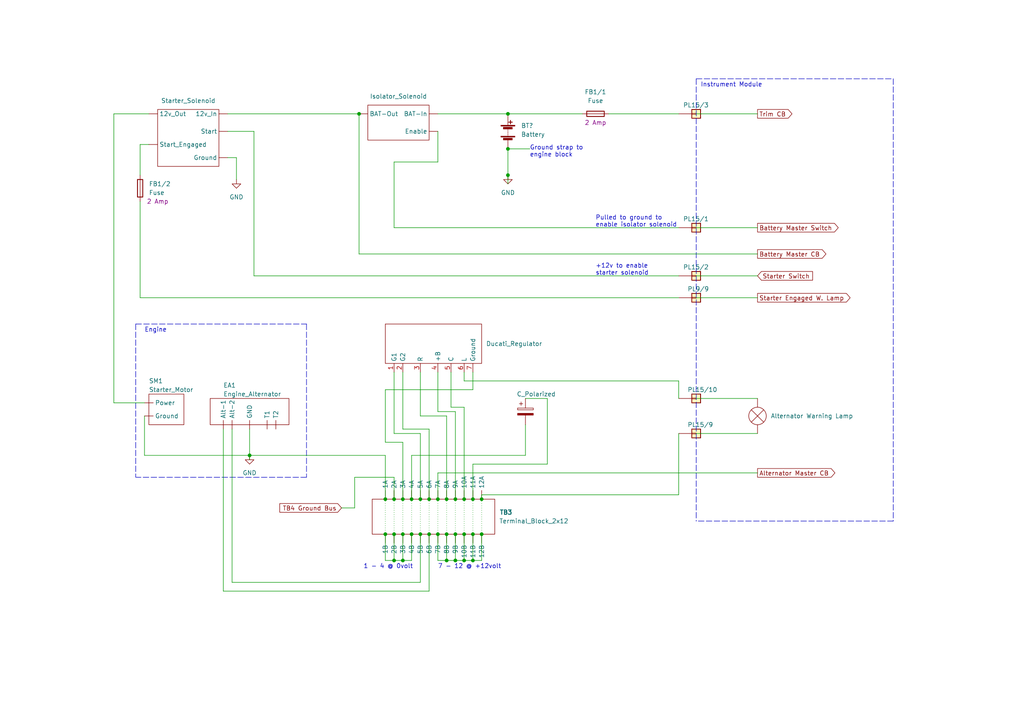
<source format=kicad_sch>
(kicad_sch (version 20211123) (generator eeschema)
  (paper "A4")
  (title_block (title "Europa - Alternator, Regulator, and Battery") (date "2022-12-24") (rev "4"))
  (lib_symbols
    (symbol "Conn_01x01_1" (pin_numbers hide) (pin_names (offset 1.016) hide)
      (property "Reference" "J" (at 0 2.54 0))
      (property "Value" "Conn_01x01_1" (at 0 -2.54 0))
      (symbol "Conn_01x01_1_1_1"
        (rectangle (start -1.27 0.127) (end 0 -0.127) (stroke (width 0.1524)))
        (rectangle (start -1.27 1.27) (end 1.27 -1.27) (stroke (width 0.254)) (fill (type background)))
        (pin passive line (at -5.08 0 0) (length 3.81) (name "Pin_1") (number "1"))
      )
    )
    (symbol "Conn_01x01_2" (pin_numbers hide) (pin_names (offset 1.016) hide)
      (property "Reference" "J" (at 0 2.54 0))
      (property "Value" "Conn_01x01_2" (at 0 -2.54 0))
      (symbol "Conn_01x01_2_1_1"
        (rectangle (start -1.27 0.127) (end 0 -0.127) (stroke (width 0.1524)))
        (rectangle (start -1.27 1.27) (end 1.27 -1.27) (stroke (width 0.254)) (fill (type background)))
        (pin passive line (at -5.08 0 0) (length 3.81) (name "Pin_1") (number "1"))
      )
    )
    (symbol "Conn_01x01_3" (pin_numbers hide) (pin_names (offset 1.016) hide)
      (property "Reference" "J" (at 0 2.54 0))
      (property "Value" "Conn_01x01_3" (at 0 -2.54 0))
      (symbol "Conn_01x01_3_1_1"
        (rectangle (start -1.27 0.127) (end 0 -0.127) (stroke (width 0.1524)))
        (rectangle (start -1.27 1.27) (end 1.27 -1.27) (stroke (width 0.254)) (fill (type background)))
        (pin passive line (at -5.08 0 0) (length 3.81) (name "Pin_1") (number "1"))
      )
    )
    (symbol "Connector_Generic:Conn_01x01" (pin_numbers hide) (pin_names (offset 1.016) hide)
      (property "Reference" "J" (at 0 2.54 0))
      (property "Value" "Conn_01x01" (at 0 -2.54 0))
      (symbol "Conn_01x01_1_1"
        (rectangle (start -1.27 0.127) (end 0 -0.127) (stroke (width 0.1524)))
        (rectangle (start -1.27 1.27) (end 1.27 -1.27) (stroke (width 0.254)) (fill (type background)))
        (pin passive line (at -5.08 0 0) (length 3.81) (name "Pin_1") (number "1"))
      )
    )
    (symbol "Device:Battery" (pin_numbers hide) (pin_names (offset 0) hide)
      (property "Reference" "BT" (at 2.54 2.54 0))
      (property "Value" "Battery" (at 2.54 0 0))
      (symbol "Battery_0_1"
        (rectangle (start -2.032 -1.397) (end 2.032 -1.651) (fill (type outline)))
        (rectangle (start -2.032 1.778) (end 2.032 1.524) (fill (type outline)))
        (rectangle (start -1.3208 -1.9812) (end 1.27 -2.4892) (fill (type outline)))
        (rectangle (start -1.3208 1.1938) (end 1.27 0.6858) (fill (type outline)))
        (polyline (pts (xy 0 -1.524) (xy 0 -1.27)))
        (polyline (pts (xy 0 -1.016) (xy 0 -0.762)))
        (polyline (pts (xy 0 -0.508) (xy 0 -0.254)))
        (polyline (pts (xy 0 0) (xy 0 0.254)))
        (polyline (pts (xy 0 0.508) (xy 0 0.762)))
        (polyline (pts (xy 0 1.778) (xy 0 2.54)))
        (polyline (pts (xy 0.254 2.667) (xy 1.27 2.667)) (stroke (width 0.254)))
        (polyline (pts (xy 0.762 3.175) (xy 0.762 2.159)) (stroke (width 0.254)))
      )
      (symbol "Battery_1_1"
        (pin passive line (at 0 5.08 270) (length 2.54) (name "+") (number "1"))
        (pin passive line (at 0 -5.08 90) (length 2.54) (name "-") (number "2"))
      )
    )
    (symbol "Device:C_Polarized" (pin_numbers hide) (pin_names (offset 0.254))
      (property "Reference" "C" (at 0.635 2.54 0))
      (property "Value" "C_Polarized" (at 0.635 -2.54 0))
      (symbol "C_Polarized_0_1"
        (rectangle (start -2.286 0.508) (end 2.286 1.016))
        (polyline (pts (xy -1.778 2.286) (xy -0.762 2.286)))
        (polyline (pts (xy -1.27 2.794) (xy -1.27 1.778)))
        (rectangle (start 2.286 -0.508) (end -2.286 -1.016) (fill (type outline)))
      )
      (symbol "C_Polarized_1_1"
        (pin passive line (at 0 3.81 270) (length 2.794) (name "~") (number "1"))
        (pin passive line (at 0 -3.81 90) (length 2.794) (name "~") (number "2"))
      )
    )
    (symbol "Device:Fuse" (pin_numbers hide) (pin_names (offset 0))
      (property "Reference" "F" (at 2.032 0 90))
      (property "Value" "Fuse" (at -1.905 0 90))
      (symbol "Fuse_0_1"
        (rectangle (start -0.762 -2.54) (end 0.762 2.54) (stroke (width 0.254)))
        (polyline (pts (xy 0 2.54) (xy 0 -2.54)))
      )
      (symbol "Fuse_1_1"
        (pin passive line (at 0 3.81 270) (length 1.27) (name "~") (number "1"))
        (pin passive line (at 0 -3.81 90) (length 1.27) (name "~") (number "2"))
      )
    )
    (symbol "Device:Lamp" (pin_numbers hide) (pin_names (offset 0.0254) hide)
      (property "Reference" "LA" (at 0.635 3.81 0))
      (property "Value" "Lamp" (at 0.635 -3.81 0))
      (symbol "Lamp_0_1"
        (polyline (pts (xy -1.778 1.778) (xy 1.778 -1.778)))
        (polyline (pts (xy 1.778 1.778) (xy -1.778 -1.778)))
        (circle (center 0 0) (radius 2.54))
      )
      (symbol "Lamp_1_1"
        (pin passive line (at 0 -5.08 90) (length 2.54) (name "-") (number "1"))
        (pin passive line (at 0 5.08 270) (length 2.54) (name "+") (number "2"))
      )
    )
    (symbol "gary aircraft symbol library:Ducati_Regulator"
      (property "Reference" "U" (at 0 0 0))
      (property "Value" "Ducati_Regulator" (at 0 -2.54 0))
      (symbol "Ducati_Regulator_0_1"
        (rectangle (start -12.7 -3.81) (end 15.24 -15.24))
      )
      (symbol "Ducati_Regulator_1_1"
        (pin power_in line (at -10.16 -17.78 90) (length 2.54) (name "G1") (number "1"))
        (pin power_in line (at -7.62 -17.78 90) (length 2.54) (name "G2") (number "2"))
        (pin input line (at -2.54 -17.78 90) (length 2.54) (name "R") (number "3"))
        (pin power_out line (at 2.54 -17.78 90) (length 2.54) (name "+B") (number "4"))
        (pin unspecified line (at 6.35 -17.78 90) (length 2.54) (name "C") (number "5"))
        (pin output line (at 10.16 -17.78 90) (length 2.54) (name "L") (number "6"))
        (pin unspecified line (at 12.7 -17.78 90) (length 2.54) (name "Ground") (number "7"))
      )
    )
    (symbol "gary aircraft symbol library:Engine_Alternator" (on_board no)
      (property "Reference" "EA" (at 0 0 0))
      (property "Value" "Engine_Alternator" (at 0 0 0))
      (symbol "Engine_Alternator_0_1"
        (rectangle (start -11.43 -2.54) (end 11.43 -10.16))
      )
      (symbol "Engine_Alternator_1_1"
        (pin power_out line (at -7.62 -11.43 90) (length 2.54) (name "Alt-1") (number ""))
        (pin power_out line (at -5.08 -11.43 90) (length 2.54) (name "Alt-2") (number ""))
        (pin power_out line (at 0 -11.43 90) (length 2.54) (name "GND") (number ""))
        (pin output line (at 5.08 -11.43 90) (length 2.54) (name "T1") (number ""))
        (pin output line (at 7.62 -11.43 90) (length 2.54) (name "T2") (number ""))
      )
    )
    (symbol "gary aircraft symbol library:Isolator_Solenoid" (pin_numbers hide) (on_board no)
      (property "Reference" "S" (at 0 0 0))
      (property "Value" "Isolator_Solenoid" (at 0 0 0))
      (symbol "Isolator_Solenoid_0_1"
        (rectangle (start -10.16 -2.54) (end 7.62 -12.7))
      )
      (symbol "Isolator_Solenoid_1_1"
        (pin power_in line (at 10.16 -5.08 180) (length 2.54) (name "BAT-In") (number ""))
        (pin power_out line (at -12.7 -5.08 0) (length 2.54) (name "BAT-Out") (number ""))
        (pin unspecified line (at 10.16 -10.16 180) (length 2.54) (name "Enable") (number ""))
      )
    )
    (symbol "gary aircraft symbol library:Starter_Motor" (on_board no)
      (property "Reference" "SM" (at 0 0 0))
      (property "Value" "Starter_Motor" (at 0 0 0))
      (symbol "Starter_Motor_0_1"
        (rectangle (start -5.08 -2.54) (end 5.08 -11.43))
      )
      (symbol "Starter_Motor_1_1"
        (pin input line (at 6.35 -5.08 180) (length 2.54) (name "Ground") (number ""))
        (pin input line (at 6.35 -8.89 180) (length 2.54) (name "Power") (number ""))
      )
    )
    (symbol "gary aircraft symbol library:Starter_Solenoid" (pin_numbers hide) (on_board no)
      (property "Reference" "S" (at -8.89 1.27 0))
      (property "Value" "Starter_Solenoid" (at -1.27 -1.27 0))
      (symbol "Starter_Solenoid_0_1"
        (rectangle (start -10.16 -2.54) (end 7.62 -19.05))
      )
      (symbol "Starter_Solenoid_1_1"
        (pin power_in line (at 10.16 -3.81 180) (length 2.54) (name "12v_In") (number ""))
        (pin power_out line (at -12.7 -3.81 0) (length 2.54) (name "12v_Out") (number ""))
        (pin power_out line (at 10.16 -16.51 180) (length 2.54) (name "Ground") (number ""))
        (pin input line (at 10.16 -8.89 180) (length 2.54) (name "Start") (number ""))
        (pin output line (at -12.7 -12.7 0) (length 2.54) (name "Start_Engaged") (number ""))
      )
    )
    (symbol "gary aircraft symbol library:Terminal_Block_2x12"
      (property "Reference" "TB" (at 0 0 0))
      (property "Value" "Terminal_Block_2x12" (at 0 -2.54 0))
      (symbol "Terminal_Block_2x12_0_1"
        (rectangle (start -16.51 -12.7) (end 19.05 -22.86))
      )
      (symbol "Terminal_Block_2x12_1_1"
        (pin unspecified line (at 10.16 -12.7 90) (length 2.54) (name "10A") (number ""))
        (pin unspecified line (at 10.16 -22.86 270) (length 2.54) (name "10B") (number ""))
        (pin unspecified line (at 12.7 -12.7 90) (length 2.54) (name "11A") (number ""))
        (pin unspecified line (at 12.7 -22.86 270) (length 2.54) (name "11B") (number ""))
        (pin unspecified line (at 15.24 -12.7 90) (length 2.54) (name "12A") (number ""))
        (pin unspecified line (at 15.24 -22.86 270) (length 2.54) (name "12B") (number ""))
        (pin unspecified line (at -12.7 -12.7 90) (length 2.54) (name "1A") (number ""))
        (pin unspecified line (at -12.7 -22.86 270) (length 2.54) (name "1B") (number ""))
        (pin unspecified line (at -10.16 -12.7 90) (length 2.54) (name "2A") (number ""))
        (pin unspecified line (at -10.16 -22.86 270) (length 2.54) (name "2B") (number ""))
        (pin unspecified line (at -7.62 -12.7 90) (length 2.54) (name "3A") (number ""))
        (pin unspecified line (at -7.62 -22.86 270) (length 2.54) (name "3B") (number ""))
        (pin unspecified line (at -5.08 -12.7 90) (length 2.54) (name "4A") (number ""))
        (pin unspecified line (at -5.08 -22.86 270) (length 2.54) (name "4B") (number ""))
        (pin unspecified line (at -2.54 -12.7 90) (length 2.54) (name "5A") (number ""))
        (pin unspecified line (at -2.54 -22.86 270) (length 2.54) (name "5B") (number ""))
        (pin unspecified line (at 0 -12.7 90) (length 2.54) (name "6A") (number ""))
        (pin unspecified line (at 0 -22.86 270) (length 2.54) (name "6B") (number ""))
        (pin unspecified line (at 2.54 -12.7 90) (length 2.54) (name "7A") (number ""))
        (pin unspecified line (at 2.54 -22.86 270) (length 2.54) (name "7B") (number ""))
        (pin unspecified line (at 5.08 -12.7 90) (length 2.54) (name "8A") (number ""))
        (pin unspecified line (at 5.08 -22.86 270) (length 2.54) (name "8B") (number ""))
        (pin unspecified line (at 7.62 -12.7 90) (length 2.54) (name "9A") (number ""))
        (pin unspecified line (at 7.62 -22.86 270) (length 2.54) (name "9B") (number ""))
      )
    )
    (symbol "power:GND" (power) (pin_names (offset 0))
      (property "Value" "GND" (at 0 -3.81 0))
      (symbol "GND_0_1"
        (polyline (pts (xy 0 0) (xy 0 -1.27) (xy 1.27 -1.27) (xy 0 -2.54) (xy -1.27 -1.27) (xy 0 -1.27)))
      )
      (symbol "GND_1_1"
        (pin power_in line (at 0 0 270) (length 0) hide (name "GND") (number "1"))
      )
    )
  )
  (junction (at 127 154.94))
  (junction (at 129.54 144.78))
  (junction (at 137.16 154.94))
  (junction (at 114.3 154.94))
  (junction (at 116.84 144.78))
  (junction (at 114.3 162.56))
  (junction (at 127 144.78))
  (junction (at 147.32 33.02))
  (junction (at 129.54 154.94))
  (junction (at 116.84 154.94))
  (junction (at 147.32 50.8))
  (junction (at 124.46 154.94))
  (junction (at 121.92 144.78))
  (junction (at 119.38 144.78))
  (junction (at 137.16 144.78))
  (junction (at 111.76 154.94))
  (junction (at 129.54 162.56))
  (junction (at 116.84 162.56))
  (junction (at 121.92 154.94))
  (junction (at 132.08 162.56))
  (junction (at 114.3 144.78))
  (junction (at 132.08 154.94))
  (junction (at 134.62 144.78))
  (junction (at 72.39 132.08))
  (junction (at 104.14 33.02))
  (junction (at 132.08 144.78))
  (junction (at 111.76 144.78))
  (junction (at 137.16 162.56))
  (junction (at 119.38 154.94))
  (junction (at 139.7 144.78))
  (junction (at 139.7 154.94))
  (junction (at 134.62 162.56))
  (junction (at 134.62 154.94))
  (junction (at 124.46 144.78))
  (junction (at 147.32 43.18))
  (wire (pts (xy 121.92 144.78) (xy 121.92 154.94)) (stroke (width 0) (type dot)))
  (wire (pts (xy 66.04 45.72) (xy 68.58 45.72)))
  (wire (pts (xy 147.32 50.8) (xy 147.32 53.34)))
  (wire (pts (xy 134.62 118.11) (xy 134.62 144.78)))
  (wire (pts (xy 116.84 107.95) (xy 116.84 124.46)))
  (wire (pts (xy 127 107.95) (xy 127 119.38)))
  (polyline (pts (xy 201.93 22.86) (xy 201.93 151.13)))
  (wire (pts (xy 114.3 144.78) (xy 114.3 154.94)) (stroke (width 0) (type dot)))
  (wire (pts (xy 72.39 124.46) (xy 72.39 132.08)))
  (wire (pts (xy 139.7 144.78) (xy 139.7 143.51)))
  (wire (pts (xy 121.92 120.65) (xy 129.54 120.65)))
  (wire (pts (xy 137.16 154.94) (xy 137.16 162.56)))
  (wire (pts (xy 127 154.94) (xy 127 162.56)))
  (wire (pts (xy 67.31 124.46) (xy 67.31 168.91)))
  (wire (pts (xy 124.46 124.46) (xy 124.46 144.78)))
  (wire (pts (xy 158.75 134.62) (xy 137.16 134.62)))
  (wire (pts (xy 152.4 132.08) (xy 152.4 123.19)))
  (wire (pts (xy 111.76 132.08) (xy 72.39 132.08)))
  (wire (pts (xy 134.62 154.94) (xy 134.62 162.56)))
  (wire (pts (xy 127 38.1) (xy 127 46.99)))
  (wire (pts (xy 114.3 162.56) (xy 116.84 162.56)))
  (wire (pts (xy 119.38 132.08) (xy 152.4 132.08)))
  (wire (pts (xy 130.81 107.95) (xy 130.81 118.11)))
  (wire (pts (xy 134.62 110.49) (xy 134.62 107.95)))
  (wire (pts (xy 111.76 162.56) (xy 114.3 162.56)))
  (wire (pts (xy 134.62 144.78) (xy 134.62 154.94)) (stroke (width 0) (type dot)))
  (wire (pts (xy 111.76 132.08) (xy 111.76 144.78)))
  (wire (pts (xy 147.32 33.02) (xy 168.91 33.02)))
  (polyline (pts (xy 201.93 22.86) (xy 259.08 22.86)))
  (wire (pts (xy 124.46 154.94) (xy 124.46 171.45)))
  (wire (pts (xy 67.31 168.91) (xy 121.92 168.91)))
  (wire (pts (xy 201.93 80.01) (xy 219.71 80.01)))
  (wire (pts (xy 152.4 115.57) (xy 158.75 115.57)))
  (wire (pts (xy 132.08 119.38) (xy 132.08 144.78)))
  (wire (pts (xy 72.39 132.08) (xy 72.39 133.35)))
  (wire (pts (xy 139.7 144.78) (xy 139.7 154.94)) (stroke (width 0) (type dot)))
  (wire (pts (xy 137.16 134.62) (xy 137.16 144.78)))
  (wire (pts (xy 116.84 162.56) (xy 119.38 162.56)))
  (wire (pts (xy 129.54 162.56) (xy 132.08 162.56)))
  (wire (pts (xy 68.58 45.72) (xy 68.58 52.07)))
  (wire (pts (xy 196.85 110.49) (xy 134.62 110.49)))
  (wire (pts (xy 137.16 107.95) (xy 137.16 113.03)))
  (wire (pts (xy 66.04 38.1) (xy 73.66 38.1)))
  (wire (pts (xy 33.02 33.02) (xy 43.18 33.02)))
  (polyline (pts (xy 88.9 93.98) (xy 88.9 138.43)))
  (wire (pts (xy 41.91 120.65) (xy 41.91 132.08)))
  (wire (pts (xy 119.38 132.08) (xy 119.38 144.78)))
  (polyline (pts (xy 39.37 93.98) (xy 88.9 93.98)))
  (polyline (pts (xy 259.08 22.86) (xy 259.08 151.13)))
  (wire (pts (xy 132.08 154.94) (xy 132.08 162.56)))
  (wire (pts (xy 137.16 144.78) (xy 137.16 154.94)) (stroke (width 0) (type dot)))
  (wire (pts (xy 114.3 125.73) (xy 121.92 125.73)))
  (polyline (pts (xy 259.08 151.13) (xy 201.93 151.13)))
  (wire (pts (xy 132.08 144.78) (xy 132.08 154.94)) (stroke (width 0) (type dot)))
  (wire (pts (xy 40.64 58.42) (xy 40.64 86.36)))
  (wire (pts (xy 201.93 115.57) (xy 219.71 115.57)))
  (wire (pts (xy 121.92 125.73) (xy 121.92 144.78)))
  (wire (pts (xy 129.54 144.78) (xy 129.54 154.94)) (stroke (width 0) (type dot)))
  (wire (pts (xy 99.06 147.32) (xy 102.87 147.32)))
  (wire (pts (xy 127 137.16) (xy 219.71 137.16)))
  (wire (pts (xy 64.77 171.45) (xy 124.46 171.45)))
  (wire (pts (xy 114.3 107.95) (xy 114.3 125.73)))
  (wire (pts (xy 196.85 115.57) (xy 196.85 110.49)))
  (wire (pts (xy 176.53 33.02) (xy 196.85 33.02)))
  (wire (pts (xy 114.3 138.43) (xy 102.87 138.43)))
  (wire (pts (xy 137.16 162.56) (xy 139.7 162.56)))
  (wire (pts (xy 111.76 144.78) (xy 111.76 154.94)) (stroke (width 0) (type dot)))
  (wire (pts (xy 73.66 80.01) (xy 196.85 80.01)))
  (wire (pts (xy 111.76 154.94) (xy 111.76 162.56)))
  (wire (pts (xy 127 119.38) (xy 132.08 119.38)))
  (wire (pts (xy 127 46.99) (xy 114.3 46.99)))
  (wire (pts (xy 121.92 168.91) (xy 121.92 154.94)))
  (wire (pts (xy 132.08 162.56) (xy 134.62 162.56)))
  (wire (pts (xy 33.02 33.02) (xy 33.02 116.84)))
  (wire (pts (xy 66.04 33.02) (xy 104.14 33.02)))
  (wire (pts (xy 201.93 33.02) (xy 219.71 33.02)))
  (wire (pts (xy 121.92 107.95) (xy 121.92 120.65)))
  (wire (pts (xy 119.38 154.94) (xy 119.38 162.56)))
  (wire (pts (xy 147.32 43.18) (xy 147.32 50.8)))
  (wire (pts (xy 104.14 33.02) (xy 104.14 73.66)))
  (wire (pts (xy 127 144.78) (xy 127 137.16)))
  (wire (pts (xy 127 144.78) (xy 127 154.94)) (stroke (width 0) (type dot)))
  (wire (pts (xy 137.16 113.03) (xy 111.76 113.03)))
  (wire (pts (xy 116.84 124.46) (xy 124.46 124.46)))
  (wire (pts (xy 201.93 125.73) (xy 219.71 125.73)))
  (wire (pts (xy 116.84 154.94) (xy 116.84 162.56)))
  (wire (pts (xy 127 162.56) (xy 129.54 162.56)))
  (wire (pts (xy 104.14 73.66) (xy 219.71 73.66)))
  (wire (pts (xy 114.3 46.99) (xy 114.3 66.04)))
  (wire (pts (xy 43.18 41.91) (xy 40.64 41.91)))
  (wire (pts (xy 111.76 113.03) (xy 111.76 128.27)))
  (wire (pts (xy 124.46 144.78) (xy 124.46 154.94)) (stroke (width 0) (type dot)))
  (wire (pts (xy 40.64 41.91) (xy 40.64 50.8)))
  (wire (pts (xy 139.7 143.51) (xy 196.85 143.51)))
  (wire (pts (xy 114.3 144.78) (xy 114.3 138.43)))
  (wire (pts (xy 201.93 66.04) (xy 219.71 66.04)))
  (wire (pts (xy 116.84 128.27) (xy 116.84 144.78)))
  (wire (pts (xy 130.81 118.11) (xy 134.62 118.11)))
  (polyline (pts (xy 39.37 93.98) (xy 39.37 138.43)))
  (wire (pts (xy 158.75 115.57) (xy 158.75 134.62)))
  (wire (pts (xy 134.62 162.56) (xy 137.16 162.56)))
  (wire (pts (xy 114.3 154.94) (xy 114.3 162.56)))
  (wire (pts (xy 73.66 38.1) (xy 73.66 80.01)))
  (wire (pts (xy 119.38 144.78) (xy 119.38 154.94)) (stroke (width 0) (type dot)))
  (wire (pts (xy 111.76 128.27) (xy 116.84 128.27)))
  (wire (pts (xy 139.7 154.94) (xy 139.7 162.56)))
  (polyline (pts (xy 88.9 138.43) (xy 39.37 138.43)))
  (wire (pts (xy 127 33.02) (xy 147.32 33.02)))
  (wire (pts (xy 64.77 124.46) (xy 64.77 171.45)))
  (wire (pts (xy 201.93 86.36) (xy 219.71 86.36)))
  (wire (pts (xy 102.87 138.43) (xy 102.87 147.32)))
  (wire (pts (xy 116.84 144.78) (xy 116.84 154.94)) (stroke (width 0) (type dot)))
  (wire (pts (xy 33.02 116.84) (xy 41.91 116.84)))
  (wire (pts (xy 41.91 132.08) (xy 72.39 132.08)))
  (wire (pts (xy 114.3 66.04) (xy 196.85 66.04)))
  (wire (pts (xy 196.85 125.73) (xy 196.85 143.51)))
  (wire (pts (xy 40.64 86.36) (xy 196.85 86.36)))
  (wire (pts (xy 147.32 43.18) (xy 153.67 43.18)))
  (wire (pts (xy 129.54 154.94) (xy 129.54 162.56)))
  (wire (pts (xy 129.54 120.65) (xy 129.54 144.78)))
  (text "Ground strap to\nengine block" (at 153.67 45.72 0) (effects (font (size 1.27 1.27)) (justify left bottom)))
  (text "1 - 4 @ 0volt" (at 105.41 165.1 0) (effects (font (size 1.27 1.27)) (justify left bottom)))
  (text "Pulled to ground to \nenable isolator solenoid" (at 172.72 66.04 0) (effects (font (size 1.27 1.27)) (justify left bottom)))
  (text "Instrument Module" (at 203.2 25.4 0) (effects (font (size 1.27 1.27)) (justify left bottom)))
  (text "Engine" (at 41.91 96.52 0) (effects (font (size 1.27 1.27)) (justify left bottom)))
  (text "+12v to enable\nstarter solenoid" (at 172.72 80.01 0) (effects (font (size 1.27 1.27)) (justify left bottom)))
  (text "7 - 12 @ +12volt" (at 127 165.1 0) (effects (font (size 1.27 1.27)) (justify left bottom)))
  (global_label "Starter Switch" (shape input) (at 219.71 80.01 0) (property "Intersheet References" "${INTERSHEET_REFS}" (effects hide)))
  (global_label "Battery Master CB" (shape output) (at 219.71 73.66 0) (property "Intersheet References" "${INTERSHEET_REFS}" (effects hide)))
  (global_label "TB4 Ground Bus" (shape input) (at 99.06 147.32 180) (property "Intersheet References" "${INTERSHEET_REFS}" (effects hide)))
  (global_label "Battery Master Switch" (shape output) (at 219.71 66.04 0) (property "Intersheet References" "${INTERSHEET_REFS}" (effects hide)))
  (global_label "Starter Engaged W. Lamp" (shape output) (at 219.71 86.36 0) (property "Intersheet References" "${INTERSHEET_REFS}" (effects hide)))
  (global_label "Trim CB" (shape output) (at 219.71 33.02 0) (property "Intersheet References" "${INTERSHEET_REFS}" (effects hide)))
  (global_label "Alternator Master CB" (shape output) (at 219.71 137.16 0) (property "Intersheet References" "${INTERSHEET_REFS}" (effects hide)))
  (symbol (lib_id "gary aircraft symbol library:Engine_Alternator") (at 72.39 113.03 0) (unit 1) (on_board no)
    (property "Reference" "EA1" (at 64.77 111.76 0) (effects (justify left)))
    (property "Value" "Engine_Alternator" (at 64.77 114.3 0) (effects (justify left)))
  )
  (symbol (lib_name "Conn_01x01_1") (lib_id "Connector_Generic:Conn_01x01") (at 201.93 125.73 0) (unit 1)
    (property "Reference" "PL15/9" (at 199.39 123.19 0) (effects (justify left)))
    (property "Value" "Conn_01x01" (effects hide))
  )
  (symbol (lib_id "Device:C_Polarized") (at 152.4 119.38 0) (unit 1)
    (property "Reference" "C?" (effects hide))
    (property "Value" "C_Polarized" (at 149.86 114.3 0) (effects (justify left)))
  )
  (symbol (lib_id "power:GND") (at 147.32 50.8 0) (unit 1)
    (property "Reference" "#PWR?" (effects hide))
    (property "Value" "GND" (at 147.32 55.88 0))
  )
  (symbol (lib_id "Device:Lamp") (at 219.71 120.65 0) (unit 1)
    (property "Reference" "LA?" (effects hide))
    (property "Value" "Alternator Warning Lamp" (at 223.52 120.6499 0) (effects (justify left)))
  )
  (symbol (lib_name "Conn_01x01_3") (lib_id "Connector_Generic:Conn_01x01") (at 201.93 66.04 0) (unit 1)
    (property "Reference" "PL15/1" (at 198.12 63.5 0) (effects (justify left)))
    (property "Value" "Conn_01x01" (effects hide))
  )
  (symbol (lib_id "Device:Battery") (at 147.32 38.1 0) (unit 1)
    (property "Reference" "BT?" (at 151.13 36.4489 0) (effects (justify left)))
    (property "Value" "Battery" (at 151.13 38.9889 0) (effects (justify left)))
  )
  (symbol (lib_id "gary aircraft symbol library:Terminal_Block_2x12") (at 124.46 132.08 0) (unit 1)
    (property "Reference" "TB3" (at 144.78 148.5899 0) (effects (font bold) (justify left)))
    (property "Value" "Terminal_Block_2x12" (at 144.78 151.1299 0) (effects (justify left)))
  )
  (symbol (lib_id "gary aircraft symbol library:Starter_Motor") (at 48.26 125.73 180) (unit 1) (on_board no)
    (property "Reference" "SM1" (at 43.18 110.49 0) (effects (justify right)))
    (property "Value" "Starter_Motor" (at 43.18 113.03 0) (effects (justify right)))
  )
  (symbol (lib_id "power:GND") (at 72.39 132.08 0) (unit 1)
    (property "Reference" "#PWR?" (effects hide))
    (property "Value" "GND" (at 72.39 137.16 0))
  )
  (symbol (lib_id "Connector_Generic:Conn_01x01") (at 201.93 86.36 0) (unit 1) (on_board no)
    (property "Reference" "PL9/9" (at 199.39 83.82 0) (effects (justify left)))
    (property "Value" "Conn_01x01" (effects hide))
  )
  (symbol (lib_id "Device:Fuse") (at 172.72 33.02 90) (unit 1)
    (property "Reference" "FB1/1" (at 172.72 26.67 90))
    (property "Value" "Fuse" (at 172.72 29.21 90))
    (property "Rating" "2 Amp" (at 172.72 35.56 90))
  )
  (symbol (lib_id "Device:Fuse") (at 40.64 54.61 0) (unit 1)
    (property "Reference" "FB1/2" (at 43.18 53.3399 0) (effects (justify left)))
    (property "Value" "Fuse" (at 43.18 55.8799 0) (effects (justify left)))
    (property "Rating" "2 Amp" (at 45.72 58.42 0))
  )
  (symbol (lib_id "power:GND") (at 68.58 52.07 0) (unit 1)
    (property "Reference" "#PWR?" (effects hide))
    (property "Value" "GND" (at 68.58 57.15 0))
  )
  (symbol (lib_id "gary aircraft symbol library:Starter_Solenoid") (at 55.88 29.21 0) (unit 1) (on_board no)
    (property "Reference" "S?" (effects hide))
    (property "Value" "Starter_Solenoid" (at 54.61 29.21 0))
  )
  (symbol (lib_id "gary aircraft symbol library:Ducati_Regulator") (at 124.46 90.17 0) (unit 1)
    (property "Reference" "U?" (effects hide))
    (property "Value" "Ducati_Regulator" (at 140.97 99.6949 0) (effects (justify left)))
  )
  (symbol (lib_name "Conn_01x01_2") (lib_id "Connector_Generic:Conn_01x01") (at 201.93 80.01 0) (unit 1) (on_board no)
    (property "Reference" "PL15/2" (at 198.12 77.47 0) (effects (justify left)))
    (property "Value" "Conn_01x01" (effects hide))
  )
  (symbol (lib_id "gary aircraft symbol library:Isolator_Solenoid") (at 116.84 27.94 0) (unit 1) (on_board no)
    (property "Reference" "S?" (effects hide))
    (property "Value" "Isolator_Solenoid" (at 115.57 27.94 0))
  )
  (symbol (lib_name "Conn_01x01_1") (lib_id "Connector_Generic:Conn_01x01") (at 201.93 115.57 0) (unit 1)
    (property "Reference" "PL15/10" (at 199.39 113.03 0) (effects (justify left)))
    (property "Value" "Conn_01x01" (effects hide))
  )
  (symbol (lib_name "Conn_01x01_3") (lib_id "Connector_Generic:Conn_01x01") (at 201.93 33.02 0) (unit 1)
    (property "Reference" "PL15/3" (at 198.12 30.48 0) (effects (justify left)))
    (property "Value" "Conn_01x01" (effects hide))
  )
)
</source>
